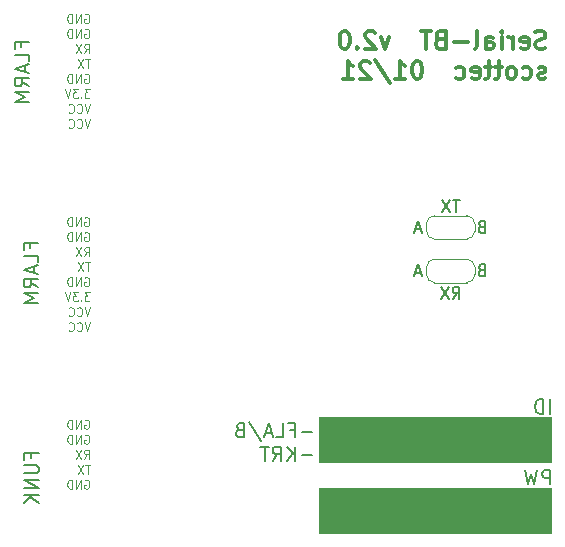
<source format=gbr>
%TF.GenerationSoftware,KiCad,Pcbnew,(5.1.9)-1*%
%TF.CreationDate,2021-01-06T02:37:49+01:00*%
%TF.ProjectId,SerialBT-Flarm-2.0,53657269-616c-4425-942d-466c61726d2d,2.0*%
%TF.SameCoordinates,Original*%
%TF.FileFunction,Legend,Bot*%
%TF.FilePolarity,Positive*%
%FSLAX46Y46*%
G04 Gerber Fmt 4.6, Leading zero omitted, Abs format (unit mm)*
G04 Created by KiCad (PCBNEW (5.1.9)-1) date 2021-01-06 02:37:49*
%MOMM*%
%LPD*%
G01*
G04 APERTURE LIST*
%ADD10C,0.100000*%
%ADD11C,0.200000*%
%ADD12C,0.300000*%
%ADD13C,0.120000*%
%ADD14C,0.150000*%
G04 APERTURE END LIST*
D10*
G36*
X175260000Y-113347500D02*
G01*
X155575000Y-113347500D01*
X155575000Y-109537500D01*
X175260000Y-109537500D01*
X175260000Y-113347500D01*
G37*
X175260000Y-113347500D02*
X155575000Y-113347500D01*
X155575000Y-109537500D01*
X175260000Y-109537500D01*
X175260000Y-113347500D01*
G36*
X175260000Y-107315000D02*
G01*
X155575000Y-107315000D01*
X155575000Y-103505000D01*
X175260000Y-103505000D01*
X175260000Y-107315000D01*
G37*
X175260000Y-107315000D02*
X155575000Y-107315000D01*
X155575000Y-103505000D01*
X175260000Y-103505000D01*
X175260000Y-107315000D01*
D11*
X175161785Y-103206857D02*
X175161785Y-102006857D01*
X174590357Y-103206857D02*
X174590357Y-102006857D01*
X174304642Y-102006857D01*
X174133214Y-102064000D01*
X174018928Y-102178285D01*
X173961785Y-102292571D01*
X173904642Y-102521142D01*
X173904642Y-102692571D01*
X173961785Y-102921142D01*
X174018928Y-103035428D01*
X174133214Y-103149714D01*
X174304642Y-103206857D01*
X174590357Y-103206857D01*
X155047500Y-104749714D02*
X154133214Y-104749714D01*
X153161785Y-104578285D02*
X153561785Y-104578285D01*
X153561785Y-105206857D02*
X153561785Y-104006857D01*
X152990357Y-104006857D01*
X151961785Y-105206857D02*
X152533214Y-105206857D01*
X152533214Y-104006857D01*
X151618928Y-104864000D02*
X151047500Y-104864000D01*
X151733214Y-105206857D02*
X151333214Y-104006857D01*
X150933214Y-105206857D01*
X149676071Y-103949714D02*
X150704642Y-105492571D01*
X148876071Y-104578285D02*
X148704642Y-104635428D01*
X148647500Y-104692571D01*
X148590357Y-104806857D01*
X148590357Y-104978285D01*
X148647500Y-105092571D01*
X148704642Y-105149714D01*
X148818928Y-105206857D01*
X149276071Y-105206857D01*
X149276071Y-104006857D01*
X148876071Y-104006857D01*
X148761785Y-104064000D01*
X148704642Y-104121142D01*
X148647500Y-104235428D01*
X148647500Y-104349714D01*
X148704642Y-104464000D01*
X148761785Y-104521142D01*
X148876071Y-104578285D01*
X149276071Y-104578285D01*
X155047500Y-106749714D02*
X154133214Y-106749714D01*
X153561785Y-107206857D02*
X153561785Y-106006857D01*
X152876071Y-107206857D02*
X153390357Y-106521142D01*
X152876071Y-106006857D02*
X153561785Y-106692571D01*
X151676071Y-107206857D02*
X152076071Y-106635428D01*
X152361785Y-107206857D02*
X152361785Y-106006857D01*
X151904642Y-106006857D01*
X151790357Y-106064000D01*
X151733214Y-106121142D01*
X151676071Y-106235428D01*
X151676071Y-106406857D01*
X151733214Y-106521142D01*
X151790357Y-106578285D01*
X151904642Y-106635428D01*
X152361785Y-106635428D01*
X151333214Y-106006857D02*
X150647500Y-106006857D01*
X150990357Y-107206857D02*
X150990357Y-106006857D01*
X175161785Y-109206857D02*
X175161785Y-108006857D01*
X174704642Y-108006857D01*
X174590357Y-108064000D01*
X174533214Y-108121142D01*
X174476071Y-108235428D01*
X174476071Y-108406857D01*
X174533214Y-108521142D01*
X174590357Y-108578285D01*
X174704642Y-108635428D01*
X175161785Y-108635428D01*
X174076071Y-108006857D02*
X173790357Y-109206857D01*
X173561785Y-108349714D01*
X173333214Y-109206857D01*
X173047500Y-108006857D01*
D12*
X174779285Y-72230142D02*
X174565000Y-72301571D01*
X174207857Y-72301571D01*
X174065000Y-72230142D01*
X173993571Y-72158714D01*
X173922142Y-72015857D01*
X173922142Y-71873000D01*
X173993571Y-71730142D01*
X174065000Y-71658714D01*
X174207857Y-71587285D01*
X174493571Y-71515857D01*
X174636428Y-71444428D01*
X174707857Y-71373000D01*
X174779285Y-71230142D01*
X174779285Y-71087285D01*
X174707857Y-70944428D01*
X174636428Y-70873000D01*
X174493571Y-70801571D01*
X174136428Y-70801571D01*
X173922142Y-70873000D01*
X172707857Y-72230142D02*
X172850714Y-72301571D01*
X173136428Y-72301571D01*
X173279285Y-72230142D01*
X173350714Y-72087285D01*
X173350714Y-71515857D01*
X173279285Y-71373000D01*
X173136428Y-71301571D01*
X172850714Y-71301571D01*
X172707857Y-71373000D01*
X172636428Y-71515857D01*
X172636428Y-71658714D01*
X173350714Y-71801571D01*
X171993571Y-72301571D02*
X171993571Y-71301571D01*
X171993571Y-71587285D02*
X171922142Y-71444428D01*
X171850714Y-71373000D01*
X171707857Y-71301571D01*
X171565000Y-71301571D01*
X171065000Y-72301571D02*
X171065000Y-71301571D01*
X171065000Y-70801571D02*
X171136428Y-70873000D01*
X171065000Y-70944428D01*
X170993571Y-70873000D01*
X171065000Y-70801571D01*
X171065000Y-70944428D01*
X169707857Y-72301571D02*
X169707857Y-71515857D01*
X169779285Y-71373000D01*
X169922142Y-71301571D01*
X170207857Y-71301571D01*
X170350714Y-71373000D01*
X169707857Y-72230142D02*
X169850714Y-72301571D01*
X170207857Y-72301571D01*
X170350714Y-72230142D01*
X170422142Y-72087285D01*
X170422142Y-71944428D01*
X170350714Y-71801571D01*
X170207857Y-71730142D01*
X169850714Y-71730142D01*
X169707857Y-71658714D01*
X168779285Y-72301571D02*
X168922142Y-72230142D01*
X168993571Y-72087285D01*
X168993571Y-70801571D01*
X168207857Y-71730142D02*
X167065000Y-71730142D01*
X165850714Y-71515857D02*
X165636428Y-71587285D01*
X165565000Y-71658714D01*
X165493571Y-71801571D01*
X165493571Y-72015857D01*
X165565000Y-72158714D01*
X165636428Y-72230142D01*
X165779285Y-72301571D01*
X166350714Y-72301571D01*
X166350714Y-70801571D01*
X165850714Y-70801571D01*
X165707857Y-70873000D01*
X165636428Y-70944428D01*
X165565000Y-71087285D01*
X165565000Y-71230142D01*
X165636428Y-71373000D01*
X165707857Y-71444428D01*
X165850714Y-71515857D01*
X166350714Y-71515857D01*
X165065000Y-70801571D02*
X164207857Y-70801571D01*
X164636428Y-72301571D02*
X164636428Y-70801571D01*
X161565000Y-71301571D02*
X161207857Y-72301571D01*
X160850714Y-71301571D01*
X160350714Y-70944428D02*
X160279285Y-70873000D01*
X160136428Y-70801571D01*
X159779285Y-70801571D01*
X159636428Y-70873000D01*
X159565000Y-70944428D01*
X159493571Y-71087285D01*
X159493571Y-71230142D01*
X159565000Y-71444428D01*
X160422142Y-72301571D01*
X159493571Y-72301571D01*
X158850714Y-72158714D02*
X158779285Y-72230142D01*
X158850714Y-72301571D01*
X158922142Y-72230142D01*
X158850714Y-72158714D01*
X158850714Y-72301571D01*
X157850714Y-70801571D02*
X157707857Y-70801571D01*
X157565000Y-70873000D01*
X157493571Y-70944428D01*
X157422142Y-71087285D01*
X157350714Y-71373000D01*
X157350714Y-71730142D01*
X157422142Y-72015857D01*
X157493571Y-72158714D01*
X157565000Y-72230142D01*
X157707857Y-72301571D01*
X157850714Y-72301571D01*
X157993571Y-72230142D01*
X158065000Y-72158714D01*
X158136428Y-72015857D01*
X158207857Y-71730142D01*
X158207857Y-71373000D01*
X158136428Y-71087285D01*
X158065000Y-70944428D01*
X157993571Y-70873000D01*
X157850714Y-70801571D01*
X174779285Y-74780142D02*
X174636428Y-74851571D01*
X174350714Y-74851571D01*
X174207857Y-74780142D01*
X174136428Y-74637285D01*
X174136428Y-74565857D01*
X174207857Y-74423000D01*
X174350714Y-74351571D01*
X174565000Y-74351571D01*
X174707857Y-74280142D01*
X174779285Y-74137285D01*
X174779285Y-74065857D01*
X174707857Y-73923000D01*
X174565000Y-73851571D01*
X174350714Y-73851571D01*
X174207857Y-73923000D01*
X172850714Y-74780142D02*
X172993571Y-74851571D01*
X173279285Y-74851571D01*
X173422142Y-74780142D01*
X173493571Y-74708714D01*
X173565000Y-74565857D01*
X173565000Y-74137285D01*
X173493571Y-73994428D01*
X173422142Y-73923000D01*
X173279285Y-73851571D01*
X172993571Y-73851571D01*
X172850714Y-73923000D01*
X171993571Y-74851571D02*
X172136428Y-74780142D01*
X172207857Y-74708714D01*
X172279285Y-74565857D01*
X172279285Y-74137285D01*
X172207857Y-73994428D01*
X172136428Y-73923000D01*
X171993571Y-73851571D01*
X171779285Y-73851571D01*
X171636428Y-73923000D01*
X171565000Y-73994428D01*
X171493571Y-74137285D01*
X171493571Y-74565857D01*
X171565000Y-74708714D01*
X171636428Y-74780142D01*
X171779285Y-74851571D01*
X171993571Y-74851571D01*
X171065000Y-73851571D02*
X170493571Y-73851571D01*
X170850714Y-73351571D02*
X170850714Y-74637285D01*
X170779285Y-74780142D01*
X170636428Y-74851571D01*
X170493571Y-74851571D01*
X170207857Y-73851571D02*
X169636428Y-73851571D01*
X169993571Y-73351571D02*
X169993571Y-74637285D01*
X169922142Y-74780142D01*
X169779285Y-74851571D01*
X169636428Y-74851571D01*
X168565000Y-74780142D02*
X168707857Y-74851571D01*
X168993571Y-74851571D01*
X169136428Y-74780142D01*
X169207857Y-74637285D01*
X169207857Y-74065857D01*
X169136428Y-73923000D01*
X168993571Y-73851571D01*
X168707857Y-73851571D01*
X168565000Y-73923000D01*
X168493571Y-74065857D01*
X168493571Y-74208714D01*
X169207857Y-74351571D01*
X167207857Y-74780142D02*
X167350714Y-74851571D01*
X167636428Y-74851571D01*
X167779285Y-74780142D01*
X167850714Y-74708714D01*
X167922142Y-74565857D01*
X167922142Y-74137285D01*
X167850714Y-73994428D01*
X167779285Y-73923000D01*
X167636428Y-73851571D01*
X167350714Y-73851571D01*
X167207857Y-73923000D01*
X163993571Y-73351571D02*
X163850714Y-73351571D01*
X163707857Y-73423000D01*
X163636428Y-73494428D01*
X163565000Y-73637285D01*
X163493571Y-73923000D01*
X163493571Y-74280142D01*
X163565000Y-74565857D01*
X163636428Y-74708714D01*
X163707857Y-74780142D01*
X163850714Y-74851571D01*
X163993571Y-74851571D01*
X164136428Y-74780142D01*
X164207857Y-74708714D01*
X164279285Y-74565857D01*
X164350714Y-74280142D01*
X164350714Y-73923000D01*
X164279285Y-73637285D01*
X164207857Y-73494428D01*
X164136428Y-73423000D01*
X163993571Y-73351571D01*
X162065000Y-74851571D02*
X162922142Y-74851571D01*
X162493571Y-74851571D02*
X162493571Y-73351571D01*
X162636428Y-73565857D01*
X162779285Y-73708714D01*
X162922142Y-73780142D01*
X160350714Y-73280142D02*
X161636428Y-75208714D01*
X159922142Y-73494428D02*
X159850714Y-73423000D01*
X159707857Y-73351571D01*
X159350714Y-73351571D01*
X159207857Y-73423000D01*
X159136428Y-73494428D01*
X159065000Y-73637285D01*
X159065000Y-73780142D01*
X159136428Y-73994428D01*
X159993571Y-74851571D01*
X159065000Y-74851571D01*
X157636428Y-74851571D02*
X158493571Y-74851571D01*
X158065000Y-74851571D02*
X158065000Y-73351571D01*
X158207857Y-73565857D01*
X158350714Y-73708714D01*
X158493571Y-73780142D01*
D10*
X135759166Y-103750000D02*
X135825833Y-103712857D01*
X135925833Y-103712857D01*
X136025833Y-103750000D01*
X136092500Y-103824285D01*
X136125833Y-103898571D01*
X136159166Y-104047142D01*
X136159166Y-104158571D01*
X136125833Y-104307142D01*
X136092500Y-104381428D01*
X136025833Y-104455714D01*
X135925833Y-104492857D01*
X135859166Y-104492857D01*
X135759166Y-104455714D01*
X135725833Y-104418571D01*
X135725833Y-104158571D01*
X135859166Y-104158571D01*
X135425833Y-104492857D02*
X135425833Y-103712857D01*
X135025833Y-104492857D01*
X135025833Y-103712857D01*
X134692500Y-104492857D02*
X134692500Y-103712857D01*
X134525833Y-103712857D01*
X134425833Y-103750000D01*
X134359166Y-103824285D01*
X134325833Y-103898571D01*
X134292500Y-104047142D01*
X134292500Y-104158571D01*
X134325833Y-104307142D01*
X134359166Y-104381428D01*
X134425833Y-104455714D01*
X134525833Y-104492857D01*
X134692500Y-104492857D01*
X135759166Y-105020000D02*
X135825833Y-104982857D01*
X135925833Y-104982857D01*
X136025833Y-105020000D01*
X136092500Y-105094285D01*
X136125833Y-105168571D01*
X136159166Y-105317142D01*
X136159166Y-105428571D01*
X136125833Y-105577142D01*
X136092500Y-105651428D01*
X136025833Y-105725714D01*
X135925833Y-105762857D01*
X135859166Y-105762857D01*
X135759166Y-105725714D01*
X135725833Y-105688571D01*
X135725833Y-105428571D01*
X135859166Y-105428571D01*
X135425833Y-105762857D02*
X135425833Y-104982857D01*
X135025833Y-105762857D01*
X135025833Y-104982857D01*
X134692500Y-105762857D02*
X134692500Y-104982857D01*
X134525833Y-104982857D01*
X134425833Y-105020000D01*
X134359166Y-105094285D01*
X134325833Y-105168571D01*
X134292500Y-105317142D01*
X134292500Y-105428571D01*
X134325833Y-105577142D01*
X134359166Y-105651428D01*
X134425833Y-105725714D01*
X134525833Y-105762857D01*
X134692500Y-105762857D01*
X135725833Y-107032857D02*
X135959166Y-106661428D01*
X136125833Y-107032857D02*
X136125833Y-106252857D01*
X135859166Y-106252857D01*
X135792500Y-106290000D01*
X135759166Y-106327142D01*
X135725833Y-106401428D01*
X135725833Y-106512857D01*
X135759166Y-106587142D01*
X135792500Y-106624285D01*
X135859166Y-106661428D01*
X136125833Y-106661428D01*
X135492500Y-106252857D02*
X135025833Y-107032857D01*
X135025833Y-106252857D02*
X135492500Y-107032857D01*
X136225833Y-107522857D02*
X135825833Y-107522857D01*
X136025833Y-108302857D02*
X136025833Y-107522857D01*
X135659166Y-107522857D02*
X135192500Y-108302857D01*
X135192500Y-107522857D02*
X135659166Y-108302857D01*
X135759166Y-108830000D02*
X135825833Y-108792857D01*
X135925833Y-108792857D01*
X136025833Y-108830000D01*
X136092500Y-108904285D01*
X136125833Y-108978571D01*
X136159166Y-109127142D01*
X136159166Y-109238571D01*
X136125833Y-109387142D01*
X136092500Y-109461428D01*
X136025833Y-109535714D01*
X135925833Y-109572857D01*
X135859166Y-109572857D01*
X135759166Y-109535714D01*
X135725833Y-109498571D01*
X135725833Y-109238571D01*
X135859166Y-109238571D01*
X135425833Y-109572857D02*
X135425833Y-108792857D01*
X135025833Y-109572857D01*
X135025833Y-108792857D01*
X134692500Y-109572857D02*
X134692500Y-108792857D01*
X134525833Y-108792857D01*
X134425833Y-108830000D01*
X134359166Y-108904285D01*
X134325833Y-108978571D01*
X134292500Y-109127142D01*
X134292500Y-109238571D01*
X134325833Y-109387142D01*
X134359166Y-109461428D01*
X134425833Y-109535714D01*
X134525833Y-109572857D01*
X134692500Y-109572857D01*
X135759166Y-86605000D02*
X135825833Y-86567857D01*
X135925833Y-86567857D01*
X136025833Y-86605000D01*
X136092500Y-86679285D01*
X136125833Y-86753571D01*
X136159166Y-86902142D01*
X136159166Y-87013571D01*
X136125833Y-87162142D01*
X136092500Y-87236428D01*
X136025833Y-87310714D01*
X135925833Y-87347857D01*
X135859166Y-87347857D01*
X135759166Y-87310714D01*
X135725833Y-87273571D01*
X135725833Y-87013571D01*
X135859166Y-87013571D01*
X135425833Y-87347857D02*
X135425833Y-86567857D01*
X135025833Y-87347857D01*
X135025833Y-86567857D01*
X134692500Y-87347857D02*
X134692500Y-86567857D01*
X134525833Y-86567857D01*
X134425833Y-86605000D01*
X134359166Y-86679285D01*
X134325833Y-86753571D01*
X134292500Y-86902142D01*
X134292500Y-87013571D01*
X134325833Y-87162142D01*
X134359166Y-87236428D01*
X134425833Y-87310714D01*
X134525833Y-87347857D01*
X134692500Y-87347857D01*
X135759166Y-87875000D02*
X135825833Y-87837857D01*
X135925833Y-87837857D01*
X136025833Y-87875000D01*
X136092500Y-87949285D01*
X136125833Y-88023571D01*
X136159166Y-88172142D01*
X136159166Y-88283571D01*
X136125833Y-88432142D01*
X136092500Y-88506428D01*
X136025833Y-88580714D01*
X135925833Y-88617857D01*
X135859166Y-88617857D01*
X135759166Y-88580714D01*
X135725833Y-88543571D01*
X135725833Y-88283571D01*
X135859166Y-88283571D01*
X135425833Y-88617857D02*
X135425833Y-87837857D01*
X135025833Y-88617857D01*
X135025833Y-87837857D01*
X134692500Y-88617857D02*
X134692500Y-87837857D01*
X134525833Y-87837857D01*
X134425833Y-87875000D01*
X134359166Y-87949285D01*
X134325833Y-88023571D01*
X134292500Y-88172142D01*
X134292500Y-88283571D01*
X134325833Y-88432142D01*
X134359166Y-88506428D01*
X134425833Y-88580714D01*
X134525833Y-88617857D01*
X134692500Y-88617857D01*
X135725833Y-89887857D02*
X135959166Y-89516428D01*
X136125833Y-89887857D02*
X136125833Y-89107857D01*
X135859166Y-89107857D01*
X135792500Y-89145000D01*
X135759166Y-89182142D01*
X135725833Y-89256428D01*
X135725833Y-89367857D01*
X135759166Y-89442142D01*
X135792500Y-89479285D01*
X135859166Y-89516428D01*
X136125833Y-89516428D01*
X135492500Y-89107857D02*
X135025833Y-89887857D01*
X135025833Y-89107857D02*
X135492500Y-89887857D01*
X136225833Y-90377857D02*
X135825833Y-90377857D01*
X136025833Y-91157857D02*
X136025833Y-90377857D01*
X135659166Y-90377857D02*
X135192500Y-91157857D01*
X135192500Y-90377857D02*
X135659166Y-91157857D01*
X135759166Y-91685000D02*
X135825833Y-91647857D01*
X135925833Y-91647857D01*
X136025833Y-91685000D01*
X136092500Y-91759285D01*
X136125833Y-91833571D01*
X136159166Y-91982142D01*
X136159166Y-92093571D01*
X136125833Y-92242142D01*
X136092500Y-92316428D01*
X136025833Y-92390714D01*
X135925833Y-92427857D01*
X135859166Y-92427857D01*
X135759166Y-92390714D01*
X135725833Y-92353571D01*
X135725833Y-92093571D01*
X135859166Y-92093571D01*
X135425833Y-92427857D02*
X135425833Y-91647857D01*
X135025833Y-92427857D01*
X135025833Y-91647857D01*
X134692500Y-92427857D02*
X134692500Y-91647857D01*
X134525833Y-91647857D01*
X134425833Y-91685000D01*
X134359166Y-91759285D01*
X134325833Y-91833571D01*
X134292500Y-91982142D01*
X134292500Y-92093571D01*
X134325833Y-92242142D01*
X134359166Y-92316428D01*
X134425833Y-92390714D01*
X134525833Y-92427857D01*
X134692500Y-92427857D01*
X136192500Y-92917857D02*
X135759166Y-92917857D01*
X135992500Y-93215000D01*
X135892500Y-93215000D01*
X135825833Y-93252142D01*
X135792500Y-93289285D01*
X135759166Y-93363571D01*
X135759166Y-93549285D01*
X135792500Y-93623571D01*
X135825833Y-93660714D01*
X135892500Y-93697857D01*
X136092500Y-93697857D01*
X136159166Y-93660714D01*
X136192500Y-93623571D01*
X135459166Y-93623571D02*
X135425833Y-93660714D01*
X135459166Y-93697857D01*
X135492500Y-93660714D01*
X135459166Y-93623571D01*
X135459166Y-93697857D01*
X135192500Y-92917857D02*
X134759166Y-92917857D01*
X134992500Y-93215000D01*
X134892500Y-93215000D01*
X134825833Y-93252142D01*
X134792500Y-93289285D01*
X134759166Y-93363571D01*
X134759166Y-93549285D01*
X134792500Y-93623571D01*
X134825833Y-93660714D01*
X134892500Y-93697857D01*
X135092500Y-93697857D01*
X135159166Y-93660714D01*
X135192500Y-93623571D01*
X134559166Y-92917857D02*
X134325833Y-93697857D01*
X134092500Y-92917857D01*
X136225833Y-94187857D02*
X135992500Y-94967857D01*
X135759166Y-94187857D01*
X135125833Y-94893571D02*
X135159166Y-94930714D01*
X135259166Y-94967857D01*
X135325833Y-94967857D01*
X135425833Y-94930714D01*
X135492500Y-94856428D01*
X135525833Y-94782142D01*
X135559166Y-94633571D01*
X135559166Y-94522142D01*
X135525833Y-94373571D01*
X135492500Y-94299285D01*
X135425833Y-94225000D01*
X135325833Y-94187857D01*
X135259166Y-94187857D01*
X135159166Y-94225000D01*
X135125833Y-94262142D01*
X134425833Y-94893571D02*
X134459166Y-94930714D01*
X134559166Y-94967857D01*
X134625833Y-94967857D01*
X134725833Y-94930714D01*
X134792500Y-94856428D01*
X134825833Y-94782142D01*
X134859166Y-94633571D01*
X134859166Y-94522142D01*
X134825833Y-94373571D01*
X134792500Y-94299285D01*
X134725833Y-94225000D01*
X134625833Y-94187857D01*
X134559166Y-94187857D01*
X134459166Y-94225000D01*
X134425833Y-94262142D01*
X136225833Y-95457857D02*
X135992500Y-96237857D01*
X135759166Y-95457857D01*
X135125833Y-96163571D02*
X135159166Y-96200714D01*
X135259166Y-96237857D01*
X135325833Y-96237857D01*
X135425833Y-96200714D01*
X135492500Y-96126428D01*
X135525833Y-96052142D01*
X135559166Y-95903571D01*
X135559166Y-95792142D01*
X135525833Y-95643571D01*
X135492500Y-95569285D01*
X135425833Y-95495000D01*
X135325833Y-95457857D01*
X135259166Y-95457857D01*
X135159166Y-95495000D01*
X135125833Y-95532142D01*
X134425833Y-96163571D02*
X134459166Y-96200714D01*
X134559166Y-96237857D01*
X134625833Y-96237857D01*
X134725833Y-96200714D01*
X134792500Y-96126428D01*
X134825833Y-96052142D01*
X134859166Y-95903571D01*
X134859166Y-95792142D01*
X134825833Y-95643571D01*
X134792500Y-95569285D01*
X134725833Y-95495000D01*
X134625833Y-95457857D01*
X134559166Y-95457857D01*
X134459166Y-95495000D01*
X134425833Y-95532142D01*
X135759166Y-69396500D02*
X135825833Y-69359357D01*
X135925833Y-69359357D01*
X136025833Y-69396500D01*
X136092500Y-69470785D01*
X136125833Y-69545071D01*
X136159166Y-69693642D01*
X136159166Y-69805071D01*
X136125833Y-69953642D01*
X136092500Y-70027928D01*
X136025833Y-70102214D01*
X135925833Y-70139357D01*
X135859166Y-70139357D01*
X135759166Y-70102214D01*
X135725833Y-70065071D01*
X135725833Y-69805071D01*
X135859166Y-69805071D01*
X135425833Y-70139357D02*
X135425833Y-69359357D01*
X135025833Y-70139357D01*
X135025833Y-69359357D01*
X134692500Y-70139357D02*
X134692500Y-69359357D01*
X134525833Y-69359357D01*
X134425833Y-69396500D01*
X134359166Y-69470785D01*
X134325833Y-69545071D01*
X134292500Y-69693642D01*
X134292500Y-69805071D01*
X134325833Y-69953642D01*
X134359166Y-70027928D01*
X134425833Y-70102214D01*
X134525833Y-70139357D01*
X134692500Y-70139357D01*
X135759166Y-70666500D02*
X135825833Y-70629357D01*
X135925833Y-70629357D01*
X136025833Y-70666500D01*
X136092500Y-70740785D01*
X136125833Y-70815071D01*
X136159166Y-70963642D01*
X136159166Y-71075071D01*
X136125833Y-71223642D01*
X136092500Y-71297928D01*
X136025833Y-71372214D01*
X135925833Y-71409357D01*
X135859166Y-71409357D01*
X135759166Y-71372214D01*
X135725833Y-71335071D01*
X135725833Y-71075071D01*
X135859166Y-71075071D01*
X135425833Y-71409357D02*
X135425833Y-70629357D01*
X135025833Y-71409357D01*
X135025833Y-70629357D01*
X134692500Y-71409357D02*
X134692500Y-70629357D01*
X134525833Y-70629357D01*
X134425833Y-70666500D01*
X134359166Y-70740785D01*
X134325833Y-70815071D01*
X134292500Y-70963642D01*
X134292500Y-71075071D01*
X134325833Y-71223642D01*
X134359166Y-71297928D01*
X134425833Y-71372214D01*
X134525833Y-71409357D01*
X134692500Y-71409357D01*
X135725833Y-72679357D02*
X135959166Y-72307928D01*
X136125833Y-72679357D02*
X136125833Y-71899357D01*
X135859166Y-71899357D01*
X135792500Y-71936500D01*
X135759166Y-71973642D01*
X135725833Y-72047928D01*
X135725833Y-72159357D01*
X135759166Y-72233642D01*
X135792500Y-72270785D01*
X135859166Y-72307928D01*
X136125833Y-72307928D01*
X135492500Y-71899357D02*
X135025833Y-72679357D01*
X135025833Y-71899357D02*
X135492500Y-72679357D01*
X136225833Y-73169357D02*
X135825833Y-73169357D01*
X136025833Y-73949357D02*
X136025833Y-73169357D01*
X135659166Y-73169357D02*
X135192500Y-73949357D01*
X135192500Y-73169357D02*
X135659166Y-73949357D01*
X135759166Y-74476500D02*
X135825833Y-74439357D01*
X135925833Y-74439357D01*
X136025833Y-74476500D01*
X136092500Y-74550785D01*
X136125833Y-74625071D01*
X136159166Y-74773642D01*
X136159166Y-74885071D01*
X136125833Y-75033642D01*
X136092500Y-75107928D01*
X136025833Y-75182214D01*
X135925833Y-75219357D01*
X135859166Y-75219357D01*
X135759166Y-75182214D01*
X135725833Y-75145071D01*
X135725833Y-74885071D01*
X135859166Y-74885071D01*
X135425833Y-75219357D02*
X135425833Y-74439357D01*
X135025833Y-75219357D01*
X135025833Y-74439357D01*
X134692500Y-75219357D02*
X134692500Y-74439357D01*
X134525833Y-74439357D01*
X134425833Y-74476500D01*
X134359166Y-74550785D01*
X134325833Y-74625071D01*
X134292500Y-74773642D01*
X134292500Y-74885071D01*
X134325833Y-75033642D01*
X134359166Y-75107928D01*
X134425833Y-75182214D01*
X134525833Y-75219357D01*
X134692500Y-75219357D01*
X136192500Y-75709357D02*
X135759166Y-75709357D01*
X135992500Y-76006500D01*
X135892500Y-76006500D01*
X135825833Y-76043642D01*
X135792500Y-76080785D01*
X135759166Y-76155071D01*
X135759166Y-76340785D01*
X135792500Y-76415071D01*
X135825833Y-76452214D01*
X135892500Y-76489357D01*
X136092500Y-76489357D01*
X136159166Y-76452214D01*
X136192500Y-76415071D01*
X135459166Y-76415071D02*
X135425833Y-76452214D01*
X135459166Y-76489357D01*
X135492500Y-76452214D01*
X135459166Y-76415071D01*
X135459166Y-76489357D01*
X135192500Y-75709357D02*
X134759166Y-75709357D01*
X134992500Y-76006500D01*
X134892500Y-76006500D01*
X134825833Y-76043642D01*
X134792500Y-76080785D01*
X134759166Y-76155071D01*
X134759166Y-76340785D01*
X134792500Y-76415071D01*
X134825833Y-76452214D01*
X134892500Y-76489357D01*
X135092500Y-76489357D01*
X135159166Y-76452214D01*
X135192500Y-76415071D01*
X134559166Y-75709357D02*
X134325833Y-76489357D01*
X134092500Y-75709357D01*
X136225833Y-76979357D02*
X135992500Y-77759357D01*
X135759166Y-76979357D01*
X135125833Y-77685071D02*
X135159166Y-77722214D01*
X135259166Y-77759357D01*
X135325833Y-77759357D01*
X135425833Y-77722214D01*
X135492500Y-77647928D01*
X135525833Y-77573642D01*
X135559166Y-77425071D01*
X135559166Y-77313642D01*
X135525833Y-77165071D01*
X135492500Y-77090785D01*
X135425833Y-77016500D01*
X135325833Y-76979357D01*
X135259166Y-76979357D01*
X135159166Y-77016500D01*
X135125833Y-77053642D01*
X134425833Y-77685071D02*
X134459166Y-77722214D01*
X134559166Y-77759357D01*
X134625833Y-77759357D01*
X134725833Y-77722214D01*
X134792500Y-77647928D01*
X134825833Y-77573642D01*
X134859166Y-77425071D01*
X134859166Y-77313642D01*
X134825833Y-77165071D01*
X134792500Y-77090785D01*
X134725833Y-77016500D01*
X134625833Y-76979357D01*
X134559166Y-76979357D01*
X134459166Y-77016500D01*
X134425833Y-77053642D01*
X136225833Y-78249357D02*
X135992500Y-79029357D01*
X135759166Y-78249357D01*
X135125833Y-78955071D02*
X135159166Y-78992214D01*
X135259166Y-79029357D01*
X135325833Y-79029357D01*
X135425833Y-78992214D01*
X135492500Y-78917928D01*
X135525833Y-78843642D01*
X135559166Y-78695071D01*
X135559166Y-78583642D01*
X135525833Y-78435071D01*
X135492500Y-78360785D01*
X135425833Y-78286500D01*
X135325833Y-78249357D01*
X135259166Y-78249357D01*
X135159166Y-78286500D01*
X135125833Y-78323642D01*
X134425833Y-78955071D02*
X134459166Y-78992214D01*
X134559166Y-79029357D01*
X134625833Y-79029357D01*
X134725833Y-78992214D01*
X134792500Y-78917928D01*
X134825833Y-78843642D01*
X134859166Y-78695071D01*
X134859166Y-78583642D01*
X134825833Y-78435071D01*
X134792500Y-78360785D01*
X134725833Y-78286500D01*
X134625833Y-78249357D01*
X134559166Y-78249357D01*
X134459166Y-78286500D01*
X134425833Y-78323642D01*
D13*
%TO.C,JP2*%
X164701000Y-90822500D02*
X164701000Y-91422500D01*
X168151000Y-90122500D02*
X165351000Y-90122500D01*
X168801000Y-91422500D02*
X168801000Y-90822500D01*
X165351000Y-92122500D02*
X168151000Y-92122500D01*
X164701000Y-91422500D02*
G75*
G03*
X165401000Y-92122500I700000J0D01*
G01*
X165401000Y-90122500D02*
G75*
G03*
X164701000Y-90822500I0J-700000D01*
G01*
X168801000Y-90822500D02*
G75*
G03*
X168101000Y-90122500I-700000J0D01*
G01*
X168101000Y-92122500D02*
G75*
G03*
X168801000Y-91422500I0J700000D01*
G01*
%TO.C,JP1*%
X165351000Y-88439500D02*
X168151000Y-88439500D01*
X168801000Y-87739500D02*
X168801000Y-87139500D01*
X168151000Y-86439500D02*
X165351000Y-86439500D01*
X164701000Y-87139500D02*
X164701000Y-87739500D01*
X168101000Y-88439500D02*
G75*
G03*
X168801000Y-87739500I0J700000D01*
G01*
X168801000Y-87139500D02*
G75*
G03*
X168101000Y-86439500I-700000J0D01*
G01*
X165401000Y-86439500D02*
G75*
G03*
X164701000Y-87139500I0J-700000D01*
G01*
X164701000Y-87739500D02*
G75*
G03*
X165401000Y-88439500I700000J0D01*
G01*
%TO.C,JP2*%
D14*
X166917666Y-93479880D02*
X167251000Y-93003690D01*
X167489095Y-93479880D02*
X167489095Y-92479880D01*
X167108142Y-92479880D01*
X167012904Y-92527500D01*
X166965285Y-92575119D01*
X166917666Y-92670357D01*
X166917666Y-92813214D01*
X166965285Y-92908452D01*
X167012904Y-92956071D01*
X167108142Y-93003690D01*
X167489095Y-93003690D01*
X166584333Y-92479880D02*
X165917666Y-93479880D01*
X165917666Y-92479880D02*
X166584333Y-93479880D01*
X169346571Y-91051071D02*
X169203714Y-91098690D01*
X169156095Y-91146309D01*
X169108476Y-91241547D01*
X169108476Y-91384404D01*
X169156095Y-91479642D01*
X169203714Y-91527261D01*
X169298952Y-91574880D01*
X169679904Y-91574880D01*
X169679904Y-90574880D01*
X169346571Y-90574880D01*
X169251333Y-90622500D01*
X169203714Y-90670119D01*
X169156095Y-90765357D01*
X169156095Y-90860595D01*
X169203714Y-90955833D01*
X169251333Y-91003452D01*
X169346571Y-91051071D01*
X169679904Y-91051071D01*
X164258595Y-91289166D02*
X163782404Y-91289166D01*
X164353833Y-91574880D02*
X164020500Y-90574880D01*
X163687166Y-91574880D01*
%TO.C,JP1*%
X167512904Y-85113880D02*
X166941476Y-85113880D01*
X167227190Y-86113880D02*
X167227190Y-85113880D01*
X166703380Y-85113880D02*
X166036714Y-86113880D01*
X166036714Y-85113880D02*
X166703380Y-86113880D01*
X164258595Y-87606166D02*
X163782404Y-87606166D01*
X164353833Y-87891880D02*
X164020500Y-86891880D01*
X163687166Y-87891880D01*
X169346571Y-87368071D02*
X169203714Y-87415690D01*
X169156095Y-87463309D01*
X169108476Y-87558547D01*
X169108476Y-87701404D01*
X169156095Y-87796642D01*
X169203714Y-87844261D01*
X169298952Y-87891880D01*
X169679904Y-87891880D01*
X169679904Y-86891880D01*
X169346571Y-86891880D01*
X169251333Y-86939500D01*
X169203714Y-86987119D01*
X169156095Y-87082357D01*
X169156095Y-87177595D01*
X169203714Y-87272833D01*
X169251333Y-87320452D01*
X169346571Y-87368071D01*
X169679904Y-87368071D01*
%TO.C,J4*%
D11*
X131232285Y-106962785D02*
X131232285Y-106562785D01*
X131860857Y-106562785D02*
X130660857Y-106562785D01*
X130660857Y-107134214D01*
X130660857Y-107591357D02*
X131632285Y-107591357D01*
X131746571Y-107648500D01*
X131803714Y-107705642D01*
X131860857Y-107819928D01*
X131860857Y-108048500D01*
X131803714Y-108162785D01*
X131746571Y-108219928D01*
X131632285Y-108277071D01*
X130660857Y-108277071D01*
X131860857Y-108848500D02*
X130660857Y-108848500D01*
X131860857Y-109534214D01*
X130660857Y-109534214D01*
X131860857Y-110105642D02*
X130660857Y-110105642D01*
X131860857Y-110791357D02*
X131175142Y-110277071D01*
X130660857Y-110791357D02*
X131346571Y-110105642D01*
%TO.C,J3*%
X131168785Y-89198714D02*
X131168785Y-88798714D01*
X131797357Y-88798714D02*
X130597357Y-88798714D01*
X130597357Y-89370142D01*
X131797357Y-90398714D02*
X131797357Y-89827285D01*
X130597357Y-89827285D01*
X131454500Y-90741571D02*
X131454500Y-91313000D01*
X131797357Y-90627285D02*
X130597357Y-91027285D01*
X131797357Y-91427285D01*
X131797357Y-92513000D02*
X131225928Y-92113000D01*
X131797357Y-91827285D02*
X130597357Y-91827285D01*
X130597357Y-92284428D01*
X130654500Y-92398714D01*
X130711642Y-92455857D01*
X130825928Y-92513000D01*
X130997357Y-92513000D01*
X131111642Y-92455857D01*
X131168785Y-92398714D01*
X131225928Y-92284428D01*
X131225928Y-91827285D01*
X131797357Y-93027285D02*
X130597357Y-93027285D01*
X131454500Y-93427285D01*
X130597357Y-93827285D01*
X131797357Y-93827285D01*
%TO.C,J2*%
X130406785Y-72180714D02*
X130406785Y-71780714D01*
X131035357Y-71780714D02*
X129835357Y-71780714D01*
X129835357Y-72352142D01*
X131035357Y-73380714D02*
X131035357Y-72809285D01*
X129835357Y-72809285D01*
X130692500Y-73723571D02*
X130692500Y-74295000D01*
X131035357Y-73609285D02*
X129835357Y-74009285D01*
X131035357Y-74409285D01*
X131035357Y-75495000D02*
X130463928Y-75095000D01*
X131035357Y-74809285D02*
X129835357Y-74809285D01*
X129835357Y-75266428D01*
X129892500Y-75380714D01*
X129949642Y-75437857D01*
X130063928Y-75495000D01*
X130235357Y-75495000D01*
X130349642Y-75437857D01*
X130406785Y-75380714D01*
X130463928Y-75266428D01*
X130463928Y-74809285D01*
X131035357Y-76009285D02*
X129835357Y-76009285D01*
X130692500Y-76409285D01*
X129835357Y-76809285D01*
X131035357Y-76809285D01*
%TD*%
M02*

</source>
